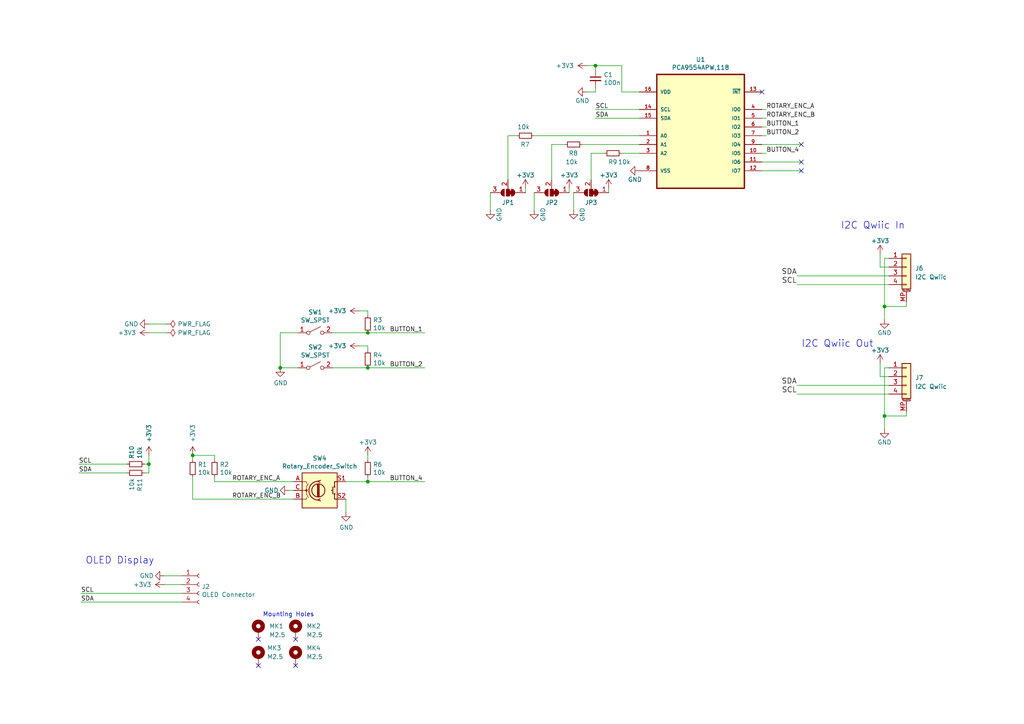
<source format=kicad_sch>
(kicad_sch (version 20231120) (generator "eeschema") (generator_version "8.0")
  (paper "A4")
  (title_block (title "Zulu Control Board v1.0") (date "2024-08-05") (rev "2024a") (company "Rabbit Hole Computing LCC"))
  (lib_symbols
    (symbol "Connector:Conn_01x04_Female" (pin_names (offset 1.016) hide)
      (property "Reference" "J" (at 0 5.08 0))
      (property "Value" "Conn_01x04_Female" (at 0 -7.62 0))
      (symbol "Conn_01x04_Female_1_1"
        (arc (start 0 -4.572) (mid -0.5058 -5.08) (end 0 -5.588) (stroke (width 0.1524)))
        (arc (start 0 -2.032) (mid -0.5058 -2.54) (end 0 -3.048) (stroke (width 0.1524)))
        (polyline (pts (xy -1.27 -5.08) (xy -0.508 -5.08)) (stroke (width 0.1524)))
        (polyline (pts (xy -1.27 -2.54) (xy -0.508 -2.54)) (stroke (width 0.1524)))
        (polyline (pts (xy -1.27 0) (xy -0.508 0)) (stroke (width 0.1524)))
        (polyline (pts (xy -1.27 2.54) (xy -0.508 2.54)) (stroke (width 0.1524)))
        (arc (start 0 0.508) (mid -0.5058 0) (end 0 -0.508) (stroke (width 0.1524)))
        (arc (start 0 3.048) (mid -0.5058 2.54) (end 0 2.032) (stroke (width 0.1524)))
        (pin passive line (at -5.08 2.54 0) (length 3.81) (name "Pin_1") (number "1"))
        (pin passive line (at -5.08 0 0) (length 3.81) (name "Pin_2") (number "2"))
        (pin passive line (at -5.08 -2.54 0) (length 3.81) (name "Pin_3") (number "3"))
        (pin passive line (at -5.08 -5.08 0) (length 3.81) (name "Pin_4") (number "4"))
      )
    )
    (symbol "Connector_Generic_MountingPin:Conn_01x04_MountingPin" (pin_names (offset 1.016) hide)
      (property "Reference" "J" (at 0 5.08 0))
      (property "Value" "Conn_01x04_MountingPin" (at 1.27 -7.62 0))
      (symbol "Conn_01x04_MountingPin_1_1"
        (rectangle (start -1.27 -4.953) (end 0 -5.207) (stroke (width 0.1524)))
        (rectangle (start -1.27 -2.413) (end 0 -2.667) (stroke (width 0.1524)))
        (rectangle (start -1.27 0.127) (end 0 -0.127) (stroke (width 0.1524)))
        (rectangle (start -1.27 2.667) (end 0 2.413) (stroke (width 0.1524)))
        (rectangle (start -1.27 3.81) (end 1.27 -6.35) (stroke (width 0.254)) (fill (type background)))
        (polyline (pts (xy -1.016 -7.112) (xy 1.016 -7.112)) (stroke (width 0.1524)))
        (text "Mounting" (at 0 -6.731 0) (effects (font (size 0.381 0.381))))
        (pin passive line (at -5.08 2.54 0) (length 3.81) (name "Pin_1") (number "1"))
        (pin passive line (at -5.08 0 0) (length 3.81) (name "Pin_2") (number "2"))
        (pin passive line (at -5.08 -2.54 0) (length 3.81) (name "Pin_3") (number "3"))
        (pin passive line (at -5.08 -5.08 0) (length 3.81) (name "Pin_4") (number "4"))
        (pin passive line (at 0 -10.16 90) (length 3.048) (name "MountPin") (number "MP"))
      )
    )
    (symbol "Device:C_Small" (pin_numbers hide) (pin_names (offset 0.254) hide)
      (property "Reference" "C" (at 0.254 1.778 0))
      (property "Value" "C_Small" (at 0.254 -2.032 0))
      (symbol "C_Small_0_1"
        (polyline (pts (xy -1.524 -0.508) (xy 1.524 -0.508)) (stroke (width 0.3302)))
        (polyline (pts (xy -1.524 0.508) (xy 1.524 0.508)) (stroke (width 0.3048)))
      )
      (symbol "C_Small_1_1"
        (pin passive line (at 0 2.54 270) (length 2.032) (name "~") (number "1"))
        (pin passive line (at 0 -2.54 90) (length 2.032) (name "~") (number "2"))
      )
    )
    (symbol "Device:R_Small" (pin_numbers hide) (pin_names (offset 0.254) hide)
      (property "Reference" "R" (at 0.762 0.508 0))
      (property "Value" "R_Small" (at 0.762 -1.016 0))
      (symbol "R_Small_0_1"
        (rectangle (start -0.762 1.778) (end 0.762 -1.778) (stroke (width 0.2032)))
      )
      (symbol "R_Small_1_1"
        (pin passive line (at 0 2.54 270) (length 0.762) (name "~") (number "1"))
        (pin passive line (at 0 -2.54 90) (length 0.762) (name "~") (number "2"))
      )
    )
    (symbol "Device:RotaryEncoder_Switch" (pin_names (offset 0.254) hide)
      (property "Reference" "SW" (at 0 6.604 0))
      (property "Value" "RotaryEncoder_Switch" (at 0 -6.604 0))
      (symbol "RotaryEncoder_Switch_0_1"
        (rectangle (start -5.08 5.08) (end 5.08 -5.08) (stroke (width 0.254)) (fill (type background)))
        (circle (center -3.81 0) (radius 0.254) (fill (type outline)))
        (circle (center -0.381 0) (radius 1.905) (stroke (width 0.254)))
        (arc (start -0.381 2.667) (mid -3.0988 -0.0635) (end -0.381 -2.794) (stroke (width 0.254)))
        (polyline (pts (xy -0.635 -1.778) (xy -0.635 1.778)) (stroke (width 0.254)))
        (polyline (pts (xy -0.381 -1.778) (xy -0.381 1.778)) (stroke (width 0.254)))
        (polyline (pts (xy -0.127 1.778) (xy -0.127 -1.778)) (stroke (width 0.254)))
        (polyline (pts (xy 3.81 0) (xy 3.429 0)) (stroke (width 0.254)))
        (polyline (pts (xy 3.81 1.016) (xy 3.81 -1.016)) (stroke (width 0.254)))
        (polyline (pts (xy -5.08 -2.54) (xy -3.81 -2.54) (xy -3.81 -2.032)))
        (polyline (pts (xy -5.08 2.54) (xy -3.81 2.54) (xy -3.81 2.032)))
        (polyline (pts (xy 0.254 -3.048) (xy -0.508 -2.794) (xy 0.127 -2.413)) (stroke (width 0.254)))
        (polyline (pts (xy 0.254 2.921) (xy -0.508 2.667) (xy 0.127 2.286)) (stroke (width 0.254)))
        (polyline (pts (xy 5.08 -2.54) (xy 4.318 -2.54) (xy 4.318 -1.016)) (stroke (width 0.254)))
        (polyline (pts (xy 5.08 2.54) (xy 4.318 2.54) (xy 4.318 1.016)) (stroke (width 0.254)))
        (polyline (pts (xy -5.08 0) (xy -3.81 0) (xy -3.81 -1.016) (xy -3.302 -2.032)))
        (polyline (pts (xy -4.318 0) (xy -3.81 0) (xy -3.81 1.016) (xy -3.302 2.032)))
        (circle (center 4.318 -1.016) (radius 0.127) (stroke (width 0.254)))
        (circle (center 4.318 1.016) (radius 0.127) (stroke (width 0.254)))
      )
      (symbol "RotaryEncoder_Switch_1_1"
        (pin passive line (at -7.62 2.54 0) (length 2.54) (name "A") (number "A"))
        (pin passive line (at -7.62 -2.54 0) (length 2.54) (name "B") (number "B"))
        (pin passive line (at -7.62 0 0) (length 2.54) (name "C") (number "C"))
        (pin passive line (at 7.62 2.54 180) (length 2.54) (name "S1") (number "S1"))
        (pin passive line (at 7.62 -2.54 180) (length 2.54) (name "S2") (number "S2"))
      )
    )
    (symbol "Jumper:SolderJumper_3_Bridged12" (pin_names (offset 0) hide)
      (property "Reference" "JP" (at -2.54 -2.54 0))
      (property "Value" "SolderJumper_3_Bridged12" (at 0 2.794 0))
      (symbol "SolderJumper_3_Bridged12_0_1"
        (rectangle (start -1.016 0.508) (end -0.508 -0.508) (fill (type outline)))
        (arc (start -1.016 1.016) (mid -2.0276 0) (end -1.016 -1.016))
        (arc (start -1.016 1.016) (mid -2.0276 0) (end -1.016 -1.016) (fill (type outline)))
        (rectangle (start -0.508 1.016) (end 0.508 -1.016) (fill (type outline)))
        (polyline (pts (xy -2.54 0) (xy -2.032 0)))
        (polyline (pts (xy -1.016 1.016) (xy -1.016 -1.016)))
        (polyline (pts (xy 0 -1.27) (xy 0 -1.016)))
        (polyline (pts (xy 1.016 1.016) (xy 1.016 -1.016)))
        (polyline (pts (xy 2.54 0) (xy 2.032 0)))
        (arc (start 1.016 -1.016) (mid 2.0276 0) (end 1.016 1.016))
        (arc (start 1.016 -1.016) (mid 2.0276 0) (end 1.016 1.016) (fill (type outline)))
      )
      (symbol "SolderJumper_3_Bridged12_1_1"
        (pin passive line (at -5.08 0 0) (length 2.54) (name "A") (number "1"))
        (pin passive line (at 0 -3.81 90) (length 2.54) (name "C") (number "2"))
        (pin passive line (at 5.08 0 180) (length 2.54) (name "B") (number "3"))
      )
    )
    (symbol "Mechanical:MountingHole_Pad" (pin_numbers hide) (pin_names (offset 1.016) hide)
      (property "Reference" "H" (at 0 6.35 0))
      (property "Value" "MountingHole_Pad" (at 0 4.445 0))
      (symbol "MountingHole_Pad_0_1"
        (circle (center 0 1.27) (radius 1.27) (stroke (width 1.27)))
      )
      (symbol "MountingHole_Pad_1_1"
        (pin input line (at 0 -2.54 90) (length 2.54) (name "1") (number "1"))
      )
    )
    (symbol "PCA9554APW_118:PCA9554APW,118" (pin_names (offset 1.016))
      (property "Reference" "U" (at -5.2832 15.875 0))
      (property "Value" "PCA9554APW,118" (at -4.9276 -25.8826 0))
      (symbol "PCA9554APW,118_0_0"
        (rectangle (start -12.7 -20.32) (end 12.7 12.7) (stroke (width 0.4064)) (fill (type background)))
        (pin input line (at -17.78 -5.08 0) (length 5.08) (name "A0") (number "1"))
        (pin bidirectional line (at 17.78 -10.16 180) (length 5.08) (name "IO5") (number "10"))
        (pin bidirectional line (at 17.78 -12.7 180) (length 5.08) (name "IO6") (number "11"))
        (pin bidirectional line (at 17.78 -15.24 180) (length 5.08) (name "IO7") (number "12"))
        (pin output line (at 17.78 7.62 180) (length 5.08) (name "~{INT}") (number "13"))
        (pin input line (at -17.78 2.54 0) (length 5.08) (name "SCL") (number "14"))
        (pin bidirectional line (at -17.78 0 0) (length 5.08) (name "SDA") (number "15"))
        (pin power_in line (at -17.78 7.62 0) (length 5.08) (name "VDD") (number "16"))
        (pin input line (at -17.78 -7.62 0) (length 5.08) (name "A1") (number "2"))
        (pin input line (at -17.78 -10.16 0) (length 5.08) (name "A2") (number "3"))
        (pin bidirectional line (at 17.78 2.54 180) (length 5.08) (name "IO0") (number "4"))
        (pin bidirectional line (at 17.78 0 180) (length 5.08) (name "IO1") (number "5"))
        (pin bidirectional line (at 17.78 -2.54 180) (length 5.08) (name "IO2") (number "6"))
        (pin bidirectional line (at 17.78 -5.08 180) (length 5.08) (name "IO3") (number "7"))
        (pin passive line (at -17.78 -15.24 0) (length 5.08) (name "VSS") (number "8"))
        (pin bidirectional line (at 17.78 -7.62 180) (length 5.08) (name "IO4") (number "9"))
      )
    )
    (symbol "Switch:SW_SPST" (pin_names (offset 0) hide)
      (property "Reference" "SW" (at 0 3.175 0))
      (property "Value" "SW_SPST" (at 0 -2.54 0))
      (symbol "SW_SPST_0_0"
        (circle (center -2.032 0) (radius 0.508))
        (polyline (pts (xy -1.524 0.254) (xy 1.524 1.778)))
        (circle (center 2.032 0) (radius 0.508))
      )
      (symbol "SW_SPST_1_1"
        (pin passive line (at -5.08 0 0) (length 2.54) (name "A") (number "1"))
        (pin passive line (at 5.08 0 180) (length 2.54) (name "B") (number "2"))
      )
    )
    (symbol "power:+3.3V" (power) (pin_names (offset 0))
      (property "Value" "+3.3V" (at 0 3.556 0))
      (symbol "+3.3V_0_1"
        (polyline (pts (xy -0.762 1.27) (xy 0 2.54)))
        (polyline (pts (xy 0 0) (xy 0 2.54)))
        (polyline (pts (xy 0 2.54) (xy 0.762 1.27)))
      )
      (symbol "+3.3V_1_1"
        (pin power_in line (at 0 0 90) (length 0) hide (name "+3V3") (number "1"))
      )
    )
    (symbol "power:+3V3" (power) (pin_names (offset 0))
      (property "Value" "+3V3" (at 0 3.556 0))
      (symbol "+3V3_0_1"
        (polyline (pts (xy -0.762 1.27) (xy 0 2.54)))
        (polyline (pts (xy 0 0) (xy 0 2.54)))
        (polyline (pts (xy 0 2.54) (xy 0.762 1.27)))
      )
      (symbol "+3V3_1_1"
        (pin power_in line (at 0 0 90) (length 0) hide (name "+3V3") (number "1"))
      )
    )
    (symbol "power:GND" (power) (pin_names (offset 0))
      (property "Value" "GND" (at 0 -3.81 0))
      (symbol "GND_0_1"
        (polyline (pts (xy 0 0) (xy 0 -1.27) (xy 1.27 -1.27) (xy 0 -2.54) (xy -1.27 -1.27) (xy 0 -1.27)))
      )
      (symbol "GND_1_1"
        (pin power_in line (at 0 0 270) (length 0) hide (name "GND") (number "1"))
      )
    )
    (symbol "power:PWR_FLAG" (power) (pin_numbers hide) (pin_names (offset 0) hide)
      (property "Value" "PWR_FLAG" (at 0 3.81 0))
      (symbol "PWR_FLAG_0_0"
        (pin power_out line (at 0 0 90) (length 0) (name "pwr") (number "1"))
      )
      (symbol "PWR_FLAG_0_1"
        (polyline (pts (xy 0 0) (xy 0 1.27) (xy -1.016 1.905) (xy 0 2.54) (xy 1.016 1.905) (xy 0 1.27)))
      )
    )
  )
  (junction (at 55.88 132.08))
  (junction (at 256.54 120.65))
  (junction (at 81.28 106.68))
  (junction (at 106.68 106.68))
  (junction (at 106.68 96.52))
  (junction (at 256.54 88.9))
  (junction (at 172.72 19.05))
  (junction (at 43.18 134.62))
  (junction (at 106.68 139.7))
  (no_connect (at 74.93 193.04))
  (no_connect (at 232.41 46.99))
  (no_connect (at 85.725 193.04))
  (no_connect (at 232.41 41.91))
  (no_connect (at 85.725 185.42))
  (no_connect (at 220.98 26.67))
  (no_connect (at 74.93 185.42))
  (no_connect (at 232.41 49.53))
  (wire (pts (xy 256.54 124.46) (xy 256.54 120.65)))
  (wire (pts (xy 23.495 172.085) (xy 52.705 172.085)))
  (wire (pts (xy 85.09 142.24) (xy 83.82 142.24)))
  (wire (pts (xy 100.33 144.78) (xy 100.33 148.59)))
  (wire (pts (xy 142.24 60.96) (xy 142.24 55.88)))
  (wire (pts (xy 220.98 34.29) (xy 222.25 34.29)))
  (wire (pts (xy 147.32 39.37) (xy 149.86 39.37)))
  (wire (pts (xy 172.72 20.32) (xy 172.72 19.05)))
  (wire (pts (xy 106.68 90.17) (xy 106.68 91.44)))
  (wire (pts (xy 86.36 106.68) (xy 81.28 106.68)))
  (wire (pts (xy 47.625 167.005) (xy 52.705 167.005)))
  (wire (pts (xy 166.37 55.88) (xy 166.37 60.96)))
  (wire (pts (xy 255.27 105.41) (xy 255.27 109.22)))
  (wire (pts (xy 220.98 46.99) (xy 232.41 46.99)))
  (wire (pts (xy 257.81 109.22) (xy 255.27 109.22)))
  (wire (pts (xy 171.45 44.45) (xy 171.45 52.07)))
  (wire (pts (xy 262.89 87.63) (xy 262.89 88.9)))
  (wire (pts (xy 180.34 19.05) (xy 180.34 26.67)))
  (wire (pts (xy 256.54 106.68) (xy 256.54 120.65)))
  (wire (pts (xy 41.91 134.62) (xy 43.18 134.62)))
  (wire (pts (xy 81.28 96.52) (xy 81.28 106.68)))
  (wire (pts (xy 220.98 31.75) (xy 222.25 31.75)))
  (wire (pts (xy 262.89 119.38) (xy 262.89 120.65)))
  (wire (pts (xy 154.94 60.96) (xy 154.94 55.88)))
  (wire (pts (xy 104.14 90.17) (xy 106.68 90.17)))
  (wire (pts (xy 106.68 132.08) (xy 106.68 133.35)))
  (wire (pts (xy 180.34 26.67) (xy 185.42 26.67)))
  (wire (pts (xy 256.54 92.71) (xy 256.54 88.9)))
  (wire (pts (xy 106.68 139.7) (xy 106.68 138.43)))
  (wire (pts (xy 154.94 39.37) (xy 185.42 39.37)))
  (wire (pts (xy 262.89 88.9) (xy 256.54 88.9)))
  (wire (pts (xy 43.18 134.62) (xy 43.18 132.08)))
  (wire (pts (xy 152.4 54.61) (xy 152.4 55.88)))
  (wire (pts (xy 255.27 73.66) (xy 255.27 77.47)))
  (wire (pts (xy 231.14 111.76) (xy 257.81 111.76)))
  (wire (pts (xy 62.23 133.35) (xy 62.23 132.08)))
  (wire (pts (xy 220.98 39.37) (xy 222.25 39.37)))
  (wire (pts (xy 96.52 106.68) (xy 106.68 106.68)))
  (wire (pts (xy 170.18 19.05) (xy 172.72 19.05)))
  (wire (pts (xy 43.18 137.16) (xy 43.18 134.62)))
  (wire (pts (xy 185.42 41.91) (xy 168.91 41.91)))
  (wire (pts (xy 55.88 132.08) (xy 55.88 133.35)))
  (wire (pts (xy 170.18 26.67) (xy 172.72 26.67)))
  (wire (pts (xy 104.14 100.33) (xy 106.68 100.33)))
  (wire (pts (xy 106.68 100.33) (xy 106.68 101.6)))
  (wire (pts (xy 231.14 80.01) (xy 257.81 80.01)))
  (wire (pts (xy 185.42 44.45) (xy 180.34 44.45)))
  (wire (pts (xy 163.83 41.91) (xy 160.02 41.91)))
  (wire (pts (xy 100.33 139.7) (xy 106.68 139.7)))
  (wire (pts (xy 172.72 31.75) (xy 185.42 31.75)))
  (wire (pts (xy 106.68 106.68) (xy 123.19 106.68)))
  (wire (pts (xy 147.32 52.07) (xy 147.32 39.37)))
  (wire (pts (xy 62.23 138.43) (xy 62.23 139.7)))
  (wire (pts (xy 257.81 74.93) (xy 256.54 74.93)))
  (wire (pts (xy 106.68 139.7) (xy 123.19 139.7)))
  (wire (pts (xy 165.1 54.61) (xy 165.1 55.88)))
  (wire (pts (xy 41.91 137.16) (xy 43.18 137.16)))
  (wire (pts (xy 262.89 120.65) (xy 256.54 120.65)))
  (wire (pts (xy 172.72 34.29) (xy 185.42 34.29)))
  (wire (pts (xy 43.18 93.98) (xy 48.26 93.98)))
  (wire (pts (xy 175.26 44.45) (xy 171.45 44.45)))
  (wire (pts (xy 22.86 137.16) (xy 36.83 137.16)))
  (wire (pts (xy 172.72 26.67) (xy 172.72 25.4)))
  (wire (pts (xy 160.02 41.91) (xy 160.02 52.07)))
  (wire (pts (xy 220.98 49.53) (xy 232.41 49.53)))
  (wire (pts (xy 81.28 96.52) (xy 86.36 96.52)))
  (wire (pts (xy 55.88 144.78) (xy 85.09 144.78)))
  (wire (pts (xy 257.81 106.68) (xy 256.54 106.68)))
  (wire (pts (xy 220.98 44.45) (xy 222.25 44.45)))
  (wire (pts (xy 172.72 19.05) (xy 180.34 19.05)))
  (wire (pts (xy 257.81 77.47) (xy 255.27 77.47)))
  (wire (pts (xy 62.23 132.08) (xy 55.88 132.08)))
  (wire (pts (xy 106.68 96.52) (xy 123.19 96.52)))
  (wire (pts (xy 220.98 36.83) (xy 222.25 36.83)))
  (wire (pts (xy 231.14 82.55) (xy 257.81 82.55)))
  (wire (pts (xy 256.54 74.93) (xy 256.54 88.9)))
  (wire (pts (xy 62.23 139.7) (xy 85.09 139.7)))
  (wire (pts (xy 96.52 96.52) (xy 106.68 96.52)))
  (wire (pts (xy 231.14 114.3) (xy 257.81 114.3)))
  (wire (pts (xy 176.53 54.61) (xy 176.53 55.88)))
  (wire (pts (xy 55.88 138.43) (xy 55.88 144.78)))
  (wire (pts (xy 220.98 41.91) (xy 232.41 41.91)))
  (wire (pts (xy 43.18 96.52) (xy 48.26 96.52)))
  (wire (pts (xy 52.705 174.625) (xy 23.495 174.625)))
  (wire (pts (xy 47.625 169.545) (xy 52.705 169.545)))
  (wire (pts (xy 22.86 134.62) (xy 36.83 134.62)))
  (text "I2C Qwiic In" (at 243.84 66.675 0) (effects (font (size 2 2)) (justify left bottom)))
  (text "I2C Qwiic Out" (at 232.41 100.965 0) (effects (font (size 2 2)) (justify left bottom)))
  (text "OLED Display" (at 24.765 163.83 0) (effects (font (size 2 2)) (justify left bottom)))
  (text "Mounting Holes" (at 76.2 179.07 0) (effects (font (size 1.27 1.27)) (justify left bottom)))
  (label "SDA" (at 231.14 111.76 180) (effects (font (size 1.524 1.524))))
  (label "BUTTON_2" (at 113.03 106.68 0))
  (label "ROTARY_ENC_A" (at 222.25 31.75 0))
  (label "SCL" (at 23.495 172.085 0))
  (label "ROTARY_ENC_B" (at 67.31 144.78 0))
  (label "BUTTON_1" (at 222.25 36.83 0))
  (label "SCL" (at 231.14 114.3 180) (effects (font (size 1.524 1.524))))
  (label "BUTTON_1" (at 113.03 96.52 0))
  (label "SDA" (at 23.495 174.625 0))
  (label "SDA" (at 231.14 80.01 180) (effects (font (size 1.524 1.524))))
  (label "SDA" (at 172.72 34.29 0))
  (label "SCL" (at 22.86 134.62 0))
  (label "SCL" (at 231.14 82.55 180) (effects (font (size 1.524 1.524))))
  (label "BUTTON_2" (at 222.25 39.37 0))
  (label "BUTTON_4" (at 222.25 44.45 0))
  (label "SDA" (at 22.86 137.16 0))
  (label "SCL" (at 172.72 31.75 0))
  (label "ROTARY_ENC_A" (at 67.31 139.7 0))
  (label "BUTTON_4" (at 113.03 139.7 0))
  (label "ROTARY_ENC_B" (at 222.25 34.29 0))
  (symbol (lib_id "Switch:SW_SPST") (at 91.44 96.52 0) (unit 1)
    (property "Reference" "SW1" (at 91.44 90.551 0))
    (property "Value" "SW_SPST" (at 91.44 92.8624 0))
    (property "Footprint" "Button_Switch_THT:SW_PUSH_6mm_H5mm" (effects (hide yes)))
    (property "Datasheet" "https://datasheet.lcsc.com/lcsc/2108131530_Korean-Hroparts-Elec-K2-1102DP-C4SW-04_C110153.pdf" (effects (hide yes)))
    (property "LCSC" "C110153" (effects (hide yes)))
  )
  (symbol (lib_id "power:+3.3V") (at 43.18 132.08 0) (unit 1)
    (property "Reference" "#PWR029" (effects (hide yes)))
    (property "Value" "+3V3" (at 43.18 125.73 90))
  )
  (symbol (lib_id "Switch:SW_SPST") (at 91.44 106.68 0) (unit 1)
    (property "Reference" "SW2" (at 91.44 100.711 0))
    (property "Value" "SW_SPST" (at 91.44 103.0224 0))
    (property "Footprint" "Button_Switch_THT:SW_PUSH_6mm_H5mm" (effects (hide yes)))
    (property "Datasheet" "https://datasheet.lcsc.com/lcsc/2108131530_Korean-Hroparts-Elec-K2-1102DP-C4SW-04_C110153.pdf" (effects (hide yes)))
    (property "LCSC" "C110153" (effects (hide yes)))
  )
  (symbol (lib_id "Device:R_Small") (at 106.68 93.98 0) (unit 1)
    (property "Reference" "R3" (at 108.1786 92.8116 0) (effects (justify left)))
    (property "Value" "10k" (at 108.1786 95.123 0) (effects (justify left)))
    (property "Footprint" "Resistor_SMD:R_0805_2012Metric" (effects (hide yes)))
    (property "LCSC" "C17414" (effects (hide yes)))
  )
  (symbol (lib_id "Device:R_Small") (at 106.68 104.14 0) (unit 1)
    (property "Reference" "R4" (at 108.1786 102.9716 0) (effects (justify left)))
    (property "Value" "10k" (at 108.1786 105.283 0) (effects (justify left)))
    (property "Footprint" "Resistor_SMD:R_0805_2012Metric" (effects (hide yes)))
    (property "LCSC" "C17414" (effects (hide yes)))
  )
  (symbol (lib_id "power:GND") (at 81.28 106.68 0) (unit 1)
    (property "Reference" "#PWR012" (effects (hide yes)))
    (property "Value" "GND" (at 81.407 111.0742 0))
  )
  (symbol (lib_id "Device:R_Small") (at 39.37 134.62 90) (unit 1)
    (property "Reference" "R10" (at 38.2016 133.1214 0) (effects (justify left)))
    (property "Value" "10k" (at 40.513 133.1214 0) (effects (justify left)))
    (property "Footprint" "Resistor_SMD:R_0805_2012Metric" (effects (hide yes)))
    (property "LCSC" "C17414" (effects (hide yes)))
  )
  (symbol (lib_id "power:+3V3") (at 104.14 90.17 90) (unit 1)
    (property "Reference" "#PWR015" (effects (hide yes)))
    (property "Value" "+3V3" (at 97.79 90.17 90))
  )
  (symbol (lib_id "Device:R_Small") (at 39.37 137.16 270) (unit 1)
    (property "Reference" "R11" (at 40.5384 138.6586 0) (effects (justify left)))
    (property "Value" "10k" (at 38.227 138.6586 0) (effects (justify left)))
    (property "Footprint" "Resistor_SMD:R_0805_2012Metric" (effects (hide yes)))
    (property "LCSC" "C17414" (effects (hide yes)))
  )
  (symbol (lib_id "power:+3V3") (at 104.14 100.33 90) (unit 1)
    (property "Reference" "#PWR016" (effects (hide yes)))
    (property "Value" "+3V3" (at 97.79 100.33 90))
  )
  (symbol (lib_id "Device:RotaryEncoder_Switch") (at 92.71 142.24 0) (unit 1)
    (property "Reference" "SW4" (at 92.71 132.9182 0))
    (property "Value" "Rotary_Encoder_Switch" (at 92.71 135.2296 0))
    (property "Footprint" "Rotary_Encoder:RotaryEncoder_Alps_EC11E-Switch_Vertical_H20mm" (effects (hide yes)))
  )
  (symbol (lib_id "Device:C_Small") (at 172.72 22.86 0) (unit 1)
    (property "Reference" "C1" (at 175.0568 21.6916 0) (effects (justify left)))
    (property "Value" "100n" (at 175.0568 24.003 0) (effects (justify left)))
    (property "Footprint" "Capacitor_SMD:C_0805_2012Metric" (effects (hide yes)))
    (property "LCSC" "C49678" (effects (hide yes)))
  )
  (symbol (lib_id "power:GND") (at 170.18 26.67 270) (unit 1)
    (property "Reference" "#PWR030" (effects (hide yes)))
    (property "Value" "GND" (at 168.91 29.21 90))
  )
  (symbol (lib_id "Device:R_Small") (at 106.68 135.89 0) (unit 1)
    (property "Reference" "R6" (at 108.1786 134.7216 0) (effects (justify left)))
    (property "Value" "10k" (at 108.1786 137.033 0) (effects (justify left)))
    (property "Footprint" "Resistor_SMD:R_0805_2012Metric" (effects (hide yes)))
    (property "LCSC" "C17414" (effects (hide yes)))
  )
  (symbol (lib_id "power:+3V3") (at 106.68 132.08 0) (unit 1)
    (property "Reference" "#PWR018" (effects (hide yes)))
    (property "Value" "+3V3" (at 106.68 128.27 0))
  )
  (symbol (lib_id "power:GND") (at 100.33 148.59 0) (unit 1)
    (property "Reference" "#PWR014" (effects (hide yes)))
    (property "Value" "GND" (at 100.457 152.9842 0))
  )
  (symbol (lib_id "Device:R_Small") (at 55.88 135.89 0) (unit 1)
    (property "Reference" "R1" (at 57.3786 134.7216 0) (effects (justify left)))
    (property "Value" "10k" (at 57.3786 137.033 0) (effects (justify left)))
    (property "Footprint" "Resistor_SMD:R_0805_2012Metric" (effects (hide yes)))
    (property "LCSC" "C17414" (effects (hide yes)))
  )
  (symbol (lib_id "power:+3V3") (at 55.88 132.08 0) (unit 1)
    (property "Reference" "#PWR08" (effects (hide yes)))
    (property "Value" "+3V3" (at 55.88 125.73 90))
  )
  (symbol (lib_id "Device:R_Small") (at 62.23 135.89 0) (unit 1)
    (property "Reference" "R2" (at 63.7286 134.7216 0) (effects (justify left)))
    (property "Value" "10k" (at 63.7286 137.033 0) (effects (justify left)))
    (property "Footprint" "Resistor_SMD:R_0805_2012Metric" (effects (hide yes)))
    (property "LCSC" "C17414" (effects (hide yes)))
  )
  (symbol (lib_id "power:GND") (at 83.82 142.24 270) (unit 1)
    (property "Reference" "#PWR013" (effects (hide yes)))
    (property "Value" "GND" (at 78.74 142.24 90))
  )
  (symbol (lib_id "Connector:Conn_01x04_Female") (at 57.785 169.545 0) (unit 1)
    (property "Reference" "J2" (at 58.4962 170.1546 0) (effects (justify left)))
    (property "Value" "OLED Connector" (at 58.4962 172.466 0) (effects (justify left)))
    (property "Footprint" "mousebites:0.9_and_1.3_in_OLED_Footprint" (effects (hide yes)))
  )
  (symbol (lib_id "power:+3.3V") (at 47.625 169.545 90) (unit 1)
    (property "Reference" "#PWR025" (effects (hide yes)))
    (property "Value" "+3V3" (at 41.275 169.545 90))
  )
  (symbol (lib_id "power:GND") (at 47.625 167.005 270) (unit 1)
    (property "Reference" "#PWR024" (effects (hide yes)))
    (property "Value" "GND" (at 42.545 167.005 90))
  )
  (symbol (lib_id "power:+3.3V") (at 43.18 96.52 90) (unit 1)
    (property "Reference" "#PWR06" (effects (hide yes)))
    (property "Value" "+3V3" (at 36.83 96.52 90))
  )
  (symbol (lib_id "power:GND") (at 43.18 93.98 270) (unit 1)
    (property "Reference" "#PWR05" (effects (hide yes)))
    (property "Value" "GND" (at 38.1 93.98 90))
  )
  (symbol (lib_id "power:PWR_FLAG") (at 48.26 93.98 270) (unit 1)
    (property "Reference" "#FLG02" (effects (hide yes)))
    (property "Value" "PWR_FLAG" (at 51.5112 93.98 90) (effects (justify left)))
  )
  (symbol (lib_id "power:PWR_FLAG") (at 48.26 96.52 270) (unit 1)
    (property "Reference" "#FLG03" (effects (hide yes)))
    (property "Value" "PWR_FLAG" (at 51.5112 96.52 90) (effects (justify left)))
  )
  (symbol (lib_id "PCA9554APW_118:PCA9554APW,118") (at 203.2 34.29 0) (unit 1)
    (property "Reference" "U1" (at 203.2 17.272 0))
    (property "Value" "PCA9554APW,118" (at 203.2 19.5834 0))
    (property "Footprint" "Package_SO:TSSOP-16_4.4x5mm_P0.65mm" (effects (hide yes)))
    (property "OC_FARNELL" "1831212" (effects (hide yes)))
    (property "LCSC" "C86803" (effects (hide yes)))
    (property "MPN" "PCA9554APW,118" (effects (hide yes)))
    (property "PACKAGE" "TSSOP" (effects (hide yes)))
    (property "SUPPLIER" "NXP" (effects (hide yes)))
  )
  (symbol (lib_id "power:+3.3V") (at 170.18 19.05 90) (unit 1)
    (property "Reference" "#PWR027" (effects (hide yes)))
    (property "Value" "+3V3" (at 163.83 19.05 90))
  )
  (symbol (lib_id "power:GND") (at 185.42 49.53 270) (unit 1)
    (property "Reference" "#PWR028" (effects (hide yes)))
    (property "Value" "GND" (at 184.15 52.07 90))
  )
  (symbol (lib_id "Jumper:SolderJumper_3_Bridged12") (at 147.32 55.88 180) (unit 1)
    (property "Reference" "JP1" (at 147.32 58.7502 0))
    (property "Value" "SolderJumper_3_Bridged12" (effects (hide yes)))
    (property "Footprint" "Jumper:SolderJumper-3_P1.3mm_Bridged12_RoundedPad1.0x1.5mm" (effects (hide yes)))
  )
  (symbol (lib_id "Jumper:SolderJumper_3_Bridged12") (at 160.02 55.88 180) (unit 1)
    (property "Reference" "JP2" (at 160.02 58.7502 0))
    (property "Value" "SolderJumper_3_Bridged12" (effects (hide yes)))
    (property "Footprint" "Jumper:SolderJumper-3_P1.3mm_Bridged12_RoundedPad1.0x1.5mm" (effects (hide yes)))
  )
  (symbol (lib_id "Jumper:SolderJumper_3_Bridged12") (at 171.45 55.88 180) (unit 1)
    (property "Reference" "JP3" (at 171.45 58.7502 0))
    (property "Value" "SolderJumper_3_Bridged12" (effects (hide yes)))
    (property "Footprint" "Jumper:SolderJumper-3_P1.3mm_Bridged12_RoundedPad1.0x1.5mm" (effects (hide yes)))
  )
  (symbol (lib_id "Device:R_Small") (at 166.37 41.91 90) (unit 1)
    (property "Reference" "R8" (at 167.64 44.45 90) (effects (justify left)))
    (property "Value" "10k" (at 167.64 46.99 90) (effects (justify left)))
    (property "Footprint" "Resistor_SMD:R_0805_2012Metric" (effects (hide yes)))
    (property "LCSC" "C17414" (effects (hide yes)))
  )
  (symbol (lib_id "Device:R_Small") (at 177.8 44.45 90) (unit 1)
    (property "Reference" "R9" (at 179.07 46.99 90) (effects (justify left)))
    (property "Value" "10k" (at 182.88 46.99 90) (effects (justify left)))
    (property "Footprint" "Resistor_SMD:R_0805_2012Metric" (effects (hide yes)))
    (property "LCSC" "C17414" (effects (hide yes)))
  )
  (symbol (lib_id "Device:R_Small") (at 152.4 39.37 90) (unit 1)
    (property "Reference" "R7" (at 153.67 41.91 90) (effects (justify left)))
    (property "Value" "10k" (at 153.67 36.83 90) (effects (justify left)))
    (property "Footprint" "Resistor_SMD:R_0805_2012Metric" (effects (hide yes)))
    (property "LCSC" "C17414" (effects (hide yes)))
  )
  (symbol (lib_id "power:GND") (at 142.24 60.96 0) (unit 1)
    (property "Reference" "#PWR019" (effects (hide yes)))
    (property "Value" "GND" (at 144.78 62.23 90))
  )
  (symbol (lib_id "power:GND") (at 154.94 60.96 0) (unit 1)
    (property "Reference" "#PWR021" (effects (hide yes)))
    (property "Value" "GND" (at 157.48 62.23 90))
  )
  (symbol (lib_id "power:GND") (at 166.37 60.96 0) (unit 1)
    (property "Reference" "#PWR023" (effects (hide yes)))
    (property "Value" "GND" (at 168.91 62.23 90))
  )
  (symbol (lib_id "power:+3.3V") (at 176.53 54.61 0) (unit 1)
    (property "Reference" "#PWR026" (effects (hide yes)))
    (property "Value" "+3V3" (at 176.53 50.8 0))
  )
  (symbol (lib_id "power:+3.3V") (at 165.1 54.61 0) (unit 1)
    (property "Reference" "#PWR022" (effects (hide yes)))
    (property "Value" "+3V3" (at 165.1 50.8 0))
  )
  (symbol (lib_id "power:+3.3V") (at 152.4 54.61 0) (unit 1)
    (property "Reference" "#PWR020" (effects (hide yes)))
    (property "Value" "+3V3" (at 152.4 50.8 0))
  )
  (symbol (lib_id "power:+3V3") (at 255.27 73.66 0) (unit 1)
    (property "Reference" "#PWR010" (effects (hide yes)))
    (property "Value" "+3V3" (at 255.27 69.85 0))
  )
  (symbol (lib_id "Connector_Generic_MountingPin:Conn_01x04_MountingPin") (at 262.89 77.47 0) (unit 1) (in_bom no)
    (property "Reference" "J6" (at 265.43 77.8256 0) (effects (justify left)))
    (property "Value" "I2C Qwiic" (at 265.43 80.3656 0) (effects (justify left)))
    (property "Footprint" "mousebites:JST_SH_SM04B-SRSS-TB_1x04-1MP_P1.00mm_Horizontal" (effects (hide yes)))
    (property "LCSC" "N/A" (effects (hide yes)))
  )
  (symbol (lib_id "Mechanical:MountingHole_Pad") (at 74.93 182.88 0) (unit 1)
    (property "Reference" "MK1" (at 78.105 181.61 0) (effects (justify left)))
    (property "Value" "M2.5" (at 78.105 184.15 0) (effects (justify left)))
    (property "Footprint" "rhc:MountingHole_2.8mm_M2.5custom_DIN965_Pad" (effects (hide yes)))
  )
  (symbol (lib_id "Mechanical:MountingHole_Pad") (at 74.93 190.5 0) (unit 1)
    (property "Reference" "MK3" (at 77.47 187.9599 0) (effects (justify left)))
    (property "Value" "M2.5" (at 77.47 190.4999 0) (effects (justify left)))
    (property "Footprint" "rhc:MountingHole_2.8mm_M2.5custom_DIN965_Pad" (effects (hide yes)))
  )
  (symbol (lib_id "Mechanical:MountingHole_Pad") (at 85.725 182.88 0) (unit 1)
    (property "Reference" "MK2" (at 88.9 181.61 0) (effects (justify left)))
    (property "Value" "M2.5" (at 88.9 184.15 0) (effects (justify left)))
    (property "Footprint" "rhc:MountingHole_2.8mm_M2.5custom_DIN965_Pad" (effects (hide yes)))
  )
  (symbol (lib_id "Connector_Generic_MountingPin:Conn_01x04_MountingPin") (at 262.89 109.22 0) (unit 1) (in_bom no)
    (property "Reference" "J7" (at 265.43 109.5755 0) (effects (justify left)))
    (property "Value" "I2C Qwiic" (at 265.43 112.1155 0) (effects (justify left)))
    (property "Footprint" "mousebites:JST_SH_SM04B-SRSS-TB_1x04-1MP_P1.00mm_Horizontal" (effects (hide yes)))
    (property "LCSC" "N/A" (effects (hide yes)))
  )
  (symbol (lib_id "power:+3V3") (at 255.27 105.41 0) (unit 1)
    (property "Reference" "#PWR01" (effects (hide yes)))
    (property "Value" "+3V3" (at 255.27 101.6 0))
  )
  (symbol (lib_id "power:GND") (at 256.54 92.71 0) (unit 1)
    (property "Reference" "#PWR04" (effects (hide yes)))
    (property "Value" "GND" (at 256.54 96.52 0))
  )
  (symbol (lib_id "Mechanical:MountingHole_Pad") (at 85.725 190.5 0) (unit 1)
    (property "Reference" "MK4" (at 88.9 187.9599 0) (effects (justify left)))
    (property "Value" "M2.5" (at 88.9 190.4999 0) (effects (justify left)))
    (property "Footprint" "rhc:MountingHole_2.8mm_M2.5custom_DIN965_Pad" (effects (hide yes)))
  )
  (symbol (lib_id "power:GND") (at 256.54 124.46 0) (unit 1)
    (property "Reference" "#PWR09" (effects (hide yes)))
    (property "Value" "GND" (at 256.54 128.27 0))
  )
)
</source>
